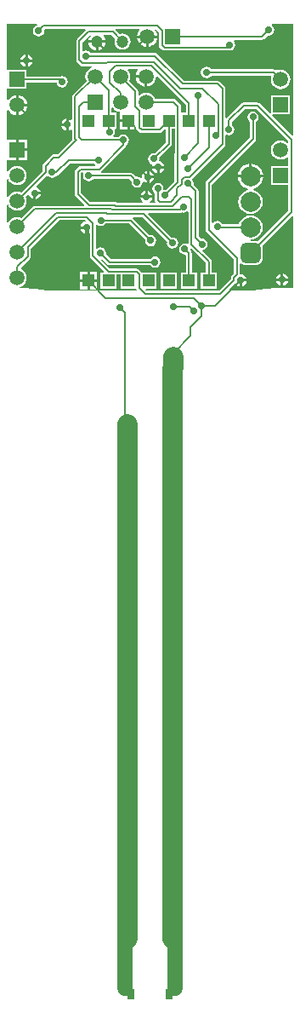
<source format=gbl>
%FSLAX25Y25*%
%MOIN*%
G70*
G01*
G75*
G04 Layer_Physical_Order=2*
G04 Layer_Color=16711680*
%ADD10R,0.02362X0.03937*%
%ADD11R,0.03937X0.02756*%
%ADD12R,0.07480X0.03150*%
%ADD13R,0.03150X0.07480*%
%ADD14R,0.03150X0.09843*%
%ADD15R,0.02362X0.05906*%
%ADD16R,0.06299X0.01575*%
%ADD17R,0.02362X0.05118*%
%ADD18O,0.06496X0.02165*%
%ADD19O,0.02165X0.06496*%
%ADD20R,0.06299X0.07874*%
%ADD21R,0.02756X0.03937*%
%ADD22R,0.01969X0.03937*%
%ADD23C,0.00787*%
%ADD24C,0.05906*%
%ADD25R,0.05906X0.05906*%
%ADD26C,0.04724*%
%ADD27R,0.05906X0.05906*%
%ADD28C,0.07874*%
G04:AMPARAMS|DCode=29|XSize=78.74mil|YSize=78.74mil|CornerRadius=19.69mil|HoleSize=0mil|Usage=FLASHONLY|Rotation=270.000|XOffset=0mil|YOffset=0mil|HoleType=Round|Shape=RoundedRectangle|*
%AMROUNDEDRECTD29*
21,1,0.07874,0.03937,0,0,270.0*
21,1,0.03937,0.07874,0,0,270.0*
1,1,0.03937,-0.01969,-0.01969*
1,1,0.03937,-0.01969,0.01969*
1,1,0.03937,0.01969,0.01969*
1,1,0.03937,0.01969,-0.01969*
%
%ADD29ROUNDEDRECTD29*%
%ADD30C,0.02756*%
%ADD31R,0.04724X0.04724*%
%ADD32C,0.07874*%
%ADD33C,0.05906*%
G36*
X35275Y-55845D02*
X35570Y-56042D01*
X35425Y-56521D01*
X29836D01*
X29836Y-56521D01*
X29375Y-56613D01*
X28985Y-56874D01*
X28985Y-56874D01*
X27926Y-57933D01*
X27664Y-58324D01*
X27573Y-58784D01*
X27573Y-58785D01*
Y-67425D01*
X27573Y-67425D01*
X27664Y-67886D01*
X27926Y-68277D01*
X31309Y-71661D01*
X31118Y-72123D01*
X11791D01*
X11791Y-72123D01*
X11331Y-72214D01*
X10940Y-72475D01*
X10940Y-72475D01*
X6580Y-76835D01*
X5898Y-76553D01*
X4921Y-76424D01*
X3945Y-76553D01*
X3035Y-76930D01*
X2254Y-77529D01*
X1654Y-78311D01*
X1494Y-78698D01*
X1003Y-78600D01*
Y-71793D01*
X1494Y-71696D01*
X1654Y-72083D01*
X2254Y-72864D01*
X3035Y-73464D01*
X3945Y-73841D01*
X4921Y-73969D01*
X5898Y-73841D01*
X6808Y-73464D01*
X7589Y-72864D01*
X8188Y-72083D01*
X8565Y-71173D01*
X8694Y-70197D01*
X8565Y-69220D01*
X8283Y-68538D01*
X9063Y-67759D01*
X9541Y-67904D01*
X9571Y-68054D01*
X10097Y-68840D01*
X10883Y-69366D01*
X11311Y-69451D01*
Y-67126D01*
X11811D01*
Y-66626D01*
X14136D01*
X14051Y-66198D01*
X13525Y-65412D01*
X12739Y-64886D01*
X12589Y-64856D01*
X12444Y-64378D01*
X16476Y-60345D01*
X16974Y-60394D01*
X17075Y-60545D01*
X17791Y-61024D01*
X18636Y-61192D01*
X19481Y-61024D01*
X20197Y-60545D01*
X20451Y-60166D01*
X20797Y-60097D01*
X21188Y-59836D01*
X25535Y-55489D01*
X35037D01*
X35275Y-55845D01*
D02*
G37*
G36*
X12710Y-1501D02*
X12491Y-1545D01*
X11775Y-2023D01*
X11297Y-2740D01*
X11128Y-3584D01*
X11297Y-4429D01*
X11775Y-5145D01*
X12491Y-5624D01*
X13336Y-5792D01*
X14181Y-5624D01*
X14897Y-5145D01*
X15376Y-4429D01*
X15544Y-3584D01*
X15483Y-3275D01*
X15800Y-2889D01*
X31676D01*
X31867Y-3351D01*
X28485Y-6733D01*
X28224Y-7124D01*
X28132Y-7584D01*
X28132Y-7584D01*
Y-14984D01*
X28132Y-14984D01*
X28224Y-15445D01*
X28485Y-15836D01*
X29785Y-17136D01*
X29785Y-17136D01*
X30175Y-17397D01*
X30636Y-17489D01*
X30636Y-17489D01*
X34053D01*
X34150Y-17979D01*
X33547Y-18229D01*
X32765Y-18828D01*
X32166Y-19610D01*
X31789Y-20520D01*
X31661Y-21496D01*
X31789Y-22472D01*
X32072Y-23154D01*
X26810Y-28416D01*
X26549Y-28807D01*
X26457Y-29268D01*
X26457Y-29268D01*
Y-38201D01*
X26016Y-38436D01*
X25534Y-38114D01*
X25106Y-38029D01*
Y-40354D01*
Y-42679D01*
X25534Y-42594D01*
X26016Y-42272D01*
X26457Y-42508D01*
Y-45837D01*
X26457Y-45837D01*
X26527Y-46190D01*
X20772Y-51945D01*
X19353D01*
X19353Y-51945D01*
X18892Y-52037D01*
X18501Y-52298D01*
X18501Y-52298D01*
X15226Y-55574D01*
X14965Y-55964D01*
X14873Y-56425D01*
X14873Y-56425D01*
Y-58542D01*
X6580Y-66835D01*
X5898Y-66553D01*
X4921Y-66424D01*
X3945Y-66553D01*
X3035Y-66930D01*
X2254Y-67529D01*
X1654Y-68311D01*
X1494Y-68698D01*
X1003Y-68600D01*
Y-61793D01*
X1494Y-61696D01*
X1654Y-62083D01*
X2254Y-62864D01*
X3035Y-63464D01*
X3945Y-63841D01*
X4921Y-63969D01*
X5898Y-63841D01*
X6808Y-63464D01*
X7589Y-62864D01*
X8188Y-62083D01*
X8565Y-61173D01*
X8694Y-60197D01*
X8565Y-59220D01*
X8188Y-58311D01*
X7589Y-57529D01*
X6808Y-56930D01*
X5898Y-56553D01*
X4921Y-56424D01*
X3945Y-56553D01*
X3035Y-56930D01*
X2254Y-57529D01*
X1654Y-58311D01*
X1494Y-58698D01*
X1003Y-58600D01*
Y-54150D01*
X4421D01*
Y-50197D01*
Y-46244D01*
X1003D01*
Y-34824D01*
X1281Y-34708D01*
X1477Y-34642D01*
X2102Y-35457D01*
X2928Y-36090D01*
X3889Y-36489D01*
X4421Y-36559D01*
Y-32638D01*
Y-28717D01*
X3889Y-28787D01*
X2928Y-29185D01*
X2102Y-29818D01*
X1477Y-30633D01*
X1281Y-30567D01*
X1003Y-30452D01*
Y-26378D01*
X1003D01*
X1181D01*
X1357Y-26378D01*
X1357Y-26378D01*
Y-26378D01*
X8661D01*
Y-23842D01*
X20440D01*
X20547Y-24379D01*
X21025Y-25095D01*
X21741Y-25574D01*
X22586Y-25742D01*
X23431Y-25574D01*
X24147Y-25095D01*
X24626Y-24379D01*
X24794Y-23534D01*
X24626Y-22690D01*
X24147Y-21973D01*
X23431Y-21495D01*
X22586Y-21327D01*
X21869Y-21469D01*
X21689Y-21433D01*
X21689Y-21433D01*
X8661D01*
Y-18898D01*
X1357D01*
X1357Y-18897D01*
Y-18898D01*
X1181Y-18897D01*
X1003Y-18720D01*
Y-1003D01*
X12661D01*
X12710Y-1501D01*
D02*
G37*
G36*
X111232Y-46583D02*
Y-47192D01*
X110784Y-47413D01*
X110154Y-46930D01*
X109244Y-46553D01*
X108268Y-46424D01*
X107291Y-46553D01*
X106382Y-46930D01*
X105600Y-47529D01*
X105001Y-48311D01*
X104624Y-49220D01*
X104495Y-50197D01*
X104624Y-51173D01*
X105001Y-52083D01*
X105600Y-52864D01*
X106382Y-53464D01*
X107291Y-53841D01*
X108268Y-53969D01*
X109244Y-53841D01*
X110154Y-53464D01*
X110784Y-52981D01*
X111232Y-53202D01*
Y-56457D01*
X104528D01*
Y-63937D01*
X111232D01*
Y-74073D01*
X99330Y-85975D01*
X99145Y-85898D01*
X98425Y-85803D01*
X96583D01*
X96550Y-85304D01*
X97690Y-85154D01*
X98839Y-84678D01*
X99826Y-83921D01*
X100584Y-82934D01*
X101060Y-81784D01*
X101222Y-80551D01*
X101060Y-79318D01*
X100584Y-78169D01*
X99826Y-77182D01*
X98839Y-76424D01*
X97690Y-75948D01*
X96572Y-75801D01*
Y-75301D01*
X97690Y-75154D01*
X98839Y-74678D01*
X99826Y-73921D01*
X100584Y-72934D01*
X101060Y-71785D01*
X101222Y-70551D01*
X101060Y-69318D01*
X100584Y-68169D01*
X99826Y-67182D01*
X98839Y-66424D01*
X97690Y-65948D01*
X97386Y-65908D01*
Y-65408D01*
X97746Y-65361D01*
X98947Y-64864D01*
X99978Y-64072D01*
X100769Y-63041D01*
X101267Y-61840D01*
X101371Y-61051D01*
X91543D01*
X91647Y-61840D01*
X92144Y-63041D01*
X92936Y-64072D01*
X93967Y-64864D01*
X95168Y-65361D01*
X95527Y-65408D01*
Y-65908D01*
X95223Y-65948D01*
X94074Y-66424D01*
X93087Y-67182D01*
X92330Y-68169D01*
X91854Y-69318D01*
X91692Y-70551D01*
X91854Y-71785D01*
X92330Y-72934D01*
X93087Y-73921D01*
X94074Y-74678D01*
X95223Y-75154D01*
X96342Y-75301D01*
Y-75801D01*
X95223Y-75948D01*
X94074Y-76424D01*
X93087Y-77182D01*
X92330Y-78169D01*
X91854Y-79318D01*
X91850Y-79347D01*
X85468D01*
X85006Y-78655D01*
X84290Y-78177D01*
X83445Y-78009D01*
X82600Y-78177D01*
X81884Y-78655D01*
X81778Y-78814D01*
X81300Y-78668D01*
Y-63724D01*
X98288Y-46736D01*
X98288Y-46736D01*
X98444Y-46502D01*
X98549Y-46345D01*
X98640Y-45884D01*
Y-39084D01*
X98997Y-38846D01*
X99476Y-38129D01*
X99644Y-37284D01*
X99476Y-36439D01*
X98997Y-35723D01*
X98281Y-35245D01*
X97436Y-35077D01*
X96591Y-35245D01*
X95875Y-35723D01*
X95397Y-36439D01*
X95228Y-37284D01*
X95397Y-38129D01*
X95875Y-38846D01*
X96232Y-39084D01*
Y-45386D01*
X79244Y-62374D01*
X78983Y-62764D01*
X78891Y-63225D01*
X78891Y-63225D01*
Y-81473D01*
X78891Y-81473D01*
X78983Y-81934D01*
X79244Y-82325D01*
X89938Y-93019D01*
Y-98458D01*
X89126Y-99269D01*
X88865Y-99660D01*
X88773Y-100121D01*
X88773Y-100121D01*
Y-100764D01*
X84222Y-105315D01*
X55542D01*
X55216Y-104990D01*
X55408Y-104528D01*
X59646D01*
Y-98228D01*
X53782D01*
X53764Y-98202D01*
X53607Y-97967D01*
X53607Y-97967D01*
X52623Y-96983D01*
X52232Y-96722D01*
X51772Y-96630D01*
X51772Y-96630D01*
X41247D01*
X37804Y-93187D01*
X37833Y-93091D01*
X38318Y-92969D01*
X40285Y-94936D01*
X40285Y-94936D01*
X40675Y-95197D01*
X41136Y-95289D01*
X41136Y-95289D01*
X57137D01*
X57375Y-95645D01*
X58091Y-96124D01*
X58936Y-96292D01*
X59781Y-96124D01*
X60497Y-95645D01*
X60976Y-94929D01*
X61144Y-94084D01*
X60976Y-93239D01*
X60497Y-92523D01*
X59781Y-92045D01*
X58936Y-91877D01*
X58091Y-92045D01*
X57375Y-92523D01*
X57137Y-92880D01*
X41635D01*
X39743Y-90988D01*
X39826Y-90567D01*
X39658Y-89722D01*
X39180Y-89006D01*
X38464Y-88527D01*
X37619Y-88359D01*
X36774Y-88527D01*
X36241Y-88883D01*
X35800Y-88648D01*
Y-79663D01*
X36275Y-79346D01*
X36991Y-79824D01*
X37836Y-79992D01*
X38681Y-79824D01*
X39397Y-79346D01*
X39636Y-78989D01*
X48885D01*
X55159Y-85263D01*
X55076Y-85684D01*
X55244Y-86529D01*
X55722Y-87246D01*
X56438Y-87724D01*
X57283Y-87892D01*
X58128Y-87724D01*
X58845Y-87246D01*
X59323Y-86529D01*
X59491Y-85684D01*
X59323Y-84839D01*
X58845Y-84123D01*
X58128Y-83645D01*
X57283Y-83477D01*
X56862Y-83560D01*
X50253Y-76951D01*
X50301Y-76834D01*
X50532Y-76489D01*
X54037D01*
X63712Y-86163D01*
X63628Y-86584D01*
X63797Y-87429D01*
X64275Y-88146D01*
X64991Y-88624D01*
X65836Y-88792D01*
X66681Y-88624D01*
X67397Y-88146D01*
X67876Y-87429D01*
X68044Y-86584D01*
X67876Y-85739D01*
X67397Y-85023D01*
X66681Y-84545D01*
X65836Y-84377D01*
X65415Y-84460D01*
X56314Y-75359D01*
X56506Y-74897D01*
X69027D01*
X69027Y-74897D01*
X69488Y-74806D01*
X69653Y-74696D01*
X70136Y-74792D01*
X70981Y-74624D01*
X71682Y-74156D01*
X72123Y-74392D01*
Y-86681D01*
X71736Y-86998D01*
X71524Y-86955D01*
X71489Y-86932D01*
X70644Y-86764D01*
X69799Y-86932D01*
X69083Y-87411D01*
X68604Y-88127D01*
X68436Y-88972D01*
X68604Y-89817D01*
X69083Y-90533D01*
X69799Y-91012D01*
X70644Y-91180D01*
X70653Y-91178D01*
X71040Y-91495D01*
Y-98228D01*
X69095D01*
Y-104528D01*
X75394D01*
Y-98228D01*
X73448D01*
Y-90572D01*
X73357Y-90111D01*
X73096Y-89720D01*
X72820Y-89444D01*
X72893Y-88950D01*
X73288Y-88739D01*
X78914Y-94365D01*
Y-98228D01*
X76969D01*
Y-104528D01*
X83268D01*
Y-98228D01*
X81322D01*
Y-93866D01*
X81231Y-93406D01*
X80970Y-93015D01*
X80970Y-93015D01*
X77653Y-89699D01*
X77799Y-89220D01*
X78281Y-89124D01*
X78997Y-88645D01*
X79476Y-87929D01*
X79644Y-87084D01*
X79476Y-86239D01*
X78997Y-85523D01*
X78281Y-85045D01*
X77436Y-84877D01*
X77015Y-84960D01*
X76106Y-84051D01*
Y-66350D01*
X76106Y-66350D01*
X76014Y-65889D01*
X75753Y-65498D01*
X75753Y-65498D01*
X74060Y-63805D01*
X74144Y-63384D01*
X73976Y-62539D01*
X73497Y-61823D01*
X74003Y-61066D01*
X86229Y-48841D01*
X86490Y-48450D01*
X86581Y-47989D01*
X86581Y-47989D01*
Y-44514D01*
X87022Y-44278D01*
X87091Y-44324D01*
X87936Y-44492D01*
X88781Y-44324D01*
X89497Y-43845D01*
X89976Y-43129D01*
X90144Y-42284D01*
X89976Y-41440D01*
X89497Y-40723D01*
X89140Y-40485D01*
Y-39137D01*
X94200Y-34078D01*
X98727D01*
X111232Y-46583D01*
D02*
G37*
G36*
X42766Y-34163D02*
X43547Y-34763D01*
X44457Y-35140D01*
X45260Y-35246D01*
Y-35417D01*
X45260D01*
Y-38280D01*
X48622D01*
Y-38780D01*
X49122D01*
Y-42142D01*
X51868D01*
X52085Y-42466D01*
X52855Y-43236D01*
X52855Y-43236D01*
X53245Y-43497D01*
X53245Y-43497D01*
X53245Y-43497D01*
D01*
X53245Y-43497D01*
X53245Y-43497D01*
X53706Y-43589D01*
X53706Y-43589D01*
X60765D01*
X60765Y-43589D01*
X61226Y-43497D01*
X61617Y-43236D01*
X62704Y-42149D01*
X63166Y-42340D01*
Y-47352D01*
X58957Y-51560D01*
X58536Y-51477D01*
X57691Y-51645D01*
X56975Y-52123D01*
X56497Y-52839D01*
X56328Y-53684D01*
X56497Y-54529D01*
X56975Y-55246D01*
X57691Y-55724D01*
D01*
X57996Y-55962D01*
X57911Y-56390D01*
X62561D01*
X62476Y-55962D01*
X61951Y-55175D01*
X61164Y-54650D01*
X60922Y-54602D01*
X60644Y-54186D01*
X60744Y-53684D01*
X60660Y-53263D01*
X65222Y-48702D01*
X65483Y-48311D01*
X65574Y-47851D01*
X65574Y-47850D01*
Y-41929D01*
X66732D01*
Y-51575D01*
X66690Y-51638D01*
X66598Y-52099D01*
X66598Y-52099D01*
Y-62419D01*
X63157Y-65860D01*
X62736Y-65777D01*
X62667Y-65790D01*
X62314Y-65437D01*
X62344Y-65284D01*
X62176Y-64439D01*
X61697Y-63723D01*
X60981Y-63245D01*
X60136Y-63077D01*
X59291Y-63245D01*
X58575Y-63723D01*
X58096Y-64439D01*
X57928Y-65284D01*
X58096Y-66129D01*
X58575Y-66846D01*
X58932Y-67084D01*
Y-69944D01*
X58932Y-69944D01*
X59024Y-70404D01*
X59070Y-70473D01*
X58834Y-70914D01*
X57144D01*
X56999Y-70436D01*
X57325Y-70218D01*
X57850Y-69432D01*
X57935Y-69004D01*
X53285D01*
X53370Y-69432D01*
X53896Y-70218D01*
X54221Y-70436D01*
X54076Y-70914D01*
X44104D01*
X44091Y-70900D01*
X43700Y-70639D01*
X43239Y-70548D01*
X43239Y-70548D01*
X33603D01*
X29981Y-66926D01*
Y-59283D01*
X30281Y-58984D01*
X30775Y-59057D01*
X30943Y-59370D01*
X30896Y-59439D01*
X30728Y-60284D01*
X30896Y-61129D01*
X31375Y-61845D01*
X32091Y-62324D01*
X32936Y-62492D01*
X33781Y-62324D01*
X34497Y-61845D01*
X34736Y-61489D01*
X48936D01*
X49838Y-62391D01*
X49754Y-62812D01*
X49922Y-63657D01*
X50401Y-64373D01*
X51117Y-64852D01*
X51962Y-65020D01*
X52807Y-64852D01*
X53523Y-64373D01*
X54002Y-63657D01*
X54170Y-62812D01*
X54802Y-62686D01*
X55308Y-63024D01*
X55736Y-63109D01*
Y-60784D01*
Y-58459D01*
X55308Y-58544D01*
X54522Y-59070D01*
X53996Y-59857D01*
X53812Y-60784D01*
X53835Y-60904D01*
X53420Y-61182D01*
X52807Y-60772D01*
X51962Y-60604D01*
X51541Y-60688D01*
X50286Y-59433D01*
X49895Y-59172D01*
X49435Y-59080D01*
X49435Y-59080D01*
X37995D01*
X37850Y-58602D01*
X37888Y-58577D01*
X47388Y-49077D01*
X47649Y-48686D01*
X47740Y-48225D01*
X47740Y-48225D01*
Y-48184D01*
X48097Y-47945D01*
X48576Y-47229D01*
X48744Y-46384D01*
X48576Y-45540D01*
X48097Y-44823D01*
X47381Y-44345D01*
X46536Y-44177D01*
X45691Y-44345D01*
X44975Y-44823D01*
X44803Y-45080D01*
X42837D01*
X42602Y-44639D01*
X43076Y-43929D01*
X43244Y-43084D01*
X43091Y-42316D01*
X43408Y-41929D01*
X43898D01*
Y-35630D01*
X41952D01*
Y-33881D01*
X42426Y-33721D01*
X42766Y-34163D01*
D02*
G37*
G36*
X31752Y-78082D02*
X31709Y-78225D01*
X31108Y-78344D01*
X30322Y-78870D01*
X29796Y-79657D01*
X29711Y-80084D01*
X32036D01*
Y-80584D01*
X32536D01*
Y-82910D01*
X32964Y-82824D01*
X33391Y-83053D01*
Y-91682D01*
X33391Y-91682D01*
X33483Y-92143D01*
X33744Y-92533D01*
X38977Y-97767D01*
X38785Y-98228D01*
X37598D01*
Y-104528D01*
X43898D01*
Y-99039D01*
X45472D01*
Y-104528D01*
X51463D01*
X51720Y-104956D01*
X51529Y-105315D01*
X16295D01*
X14987Y-104987D01*
X11448Y-104462D01*
X7874Y-104287D01*
Y-104311D01*
X7874Y-104312D01*
X6043D01*
X5945Y-103821D01*
X6808Y-103464D01*
X7589Y-102864D01*
X8188Y-102083D01*
X8565Y-101173D01*
X8694Y-100197D01*
X8565Y-99220D01*
X8188Y-98311D01*
X7589Y-97529D01*
X6808Y-96930D01*
X6467Y-96789D01*
X6369Y-96298D01*
X9907Y-92761D01*
X10168Y-92370D01*
X10260Y-91909D01*
Y-88789D01*
X21368Y-77681D01*
X31455D01*
X31752Y-78082D01*
D02*
G37*
G36*
X113170Y-44462D02*
X112708Y-44653D01*
X104895Y-36840D01*
X105086Y-36378D01*
X112008D01*
Y-28897D01*
X104528D01*
Y-35820D01*
X104066Y-36011D01*
X100077Y-32023D01*
X99687Y-31762D01*
X99226Y-31670D01*
X99226Y-31670D01*
X93701D01*
X93240Y-31762D01*
X92849Y-32023D01*
X87085Y-37787D01*
X87060Y-37824D01*
X86581Y-37679D01*
Y-26225D01*
X86581Y-26225D01*
X86490Y-25764D01*
X86229Y-25374D01*
X86229Y-25374D01*
X84288Y-23433D01*
X83897Y-23172D01*
X83436Y-23080D01*
X83436Y-23080D01*
X70235D01*
X59788Y-12633D01*
X59397Y-12372D01*
X58936Y-12280D01*
X58936Y-12280D01*
X33736D01*
X33497Y-11923D01*
X32781Y-11445D01*
X31936Y-11277D01*
X31091Y-11445D01*
X30981Y-11518D01*
X30540Y-11282D01*
Y-8083D01*
X33187Y-5437D01*
X33680Y-5519D01*
X33738Y-5637D01*
X33323Y-6178D01*
X32984Y-6996D01*
X32934Y-7374D01*
X39585D01*
X39535Y-6996D01*
X39197Y-6178D01*
X38781Y-5637D01*
X39002Y-5189D01*
X41871D01*
X43350Y-6668D01*
X43191Y-7052D01*
X43083Y-7874D01*
X43191Y-8696D01*
X43509Y-9462D01*
X44014Y-10120D01*
X44671Y-10625D01*
X45438Y-10943D01*
X46260Y-11051D01*
X47082Y-10943D01*
X47848Y-10625D01*
X48506Y-10120D01*
X49011Y-9462D01*
X49328Y-8696D01*
X49437Y-7874D01*
X49328Y-7052D01*
X49011Y-6286D01*
X48506Y-5628D01*
X47848Y-5123D01*
X47082Y-4806D01*
X46260Y-4697D01*
X45438Y-4806D01*
X45053Y-4965D01*
X43439Y-3351D01*
X43631Y-2889D01*
X52712D01*
X52934Y-3337D01*
X52492Y-3912D01*
X52094Y-4874D01*
X52024Y-5406D01*
X59866D01*
X59796Y-4874D01*
X59398Y-3912D01*
X58956Y-3337D01*
X59040Y-3167D01*
X59534Y-3085D01*
X60532Y-4083D01*
Y-9273D01*
X60532Y-9273D01*
X60624Y-9734D01*
X60885Y-10124D01*
X61651Y-10891D01*
X61651Y-10891D01*
X62042Y-11152D01*
X62503Y-11244D01*
X62503Y-11244D01*
X62766D01*
X62992Y-11289D01*
X87436D01*
X87436Y-11289D01*
X87827Y-11211D01*
X88236Y-11292D01*
X89081Y-11124D01*
X89797Y-10645D01*
X90276Y-9929D01*
X90444Y-9084D01*
X90276Y-8240D01*
X89816Y-7551D01*
X90051Y-7110D01*
X101015D01*
X101015Y-7110D01*
X101476Y-7018D01*
X101866Y-6757D01*
X103215Y-5408D01*
X103636Y-5492D01*
X104481Y-5324D01*
X105197Y-4845D01*
X105676Y-4129D01*
X105844Y-3284D01*
X105676Y-2440D01*
X105197Y-1723D01*
X104836Y-1482D01*
X104981Y-1003D01*
X113170D01*
Y-44462D01*
D02*
G37*
G36*
X52355Y-19015D02*
X51980Y-19503D01*
X51582Y-20464D01*
X51512Y-20996D01*
X55433D01*
Y-21496D01*
X55933D01*
Y-25417D01*
X56465Y-25347D01*
X57426Y-24949D01*
X58252Y-24315D01*
X58886Y-23489D01*
X59284Y-22528D01*
X59419Y-21504D01*
X59892Y-21343D01*
X71040Y-32491D01*
Y-35630D01*
X69140D01*
Y-33184D01*
X69140Y-33184D01*
X69049Y-32724D01*
X68788Y-32333D01*
X68788Y-32333D01*
X67099Y-30645D01*
X66709Y-30383D01*
X66248Y-30292D01*
X66248Y-30292D01*
X58982D01*
X58700Y-29610D01*
X58100Y-28828D01*
X57319Y-28229D01*
X56409Y-27852D01*
X55433Y-27724D01*
X54457Y-27852D01*
X53547Y-28229D01*
X52889Y-28734D01*
X52440Y-28513D01*
Y-27299D01*
X52441Y-27299D01*
X52440Y-27299D01*
Y-27299D01*
X52440D01*
X52440Y-27299D01*
X52349Y-26838D01*
X52244Y-26682D01*
X52088Y-26448D01*
X52088Y-26448D01*
X48794Y-23154D01*
X49077Y-22472D01*
X49205Y-21496D01*
X49077Y-20520D01*
X48700Y-19610D01*
X48243Y-19015D01*
X48465Y-18566D01*
X52134D01*
X52355Y-19015D01*
D02*
G37*
G36*
X113170Y-76195D02*
Y-104312D01*
X106299D01*
X106299Y-104311D01*
Y-104287D01*
X102725Y-104462D01*
X99186Y-104987D01*
X97878Y-105315D01*
X88282D01*
X88090Y-104853D01*
X90233Y-102710D01*
X90731Y-102759D01*
X90822Y-102895D01*
X91608Y-103421D01*
X92036Y-103506D01*
Y-101181D01*
X92536D01*
Y-100681D01*
X94861D01*
X94776Y-100253D01*
X94251Y-99467D01*
X93464Y-98941D01*
X92536Y-98756D01*
X92346Y-98600D01*
Y-94915D01*
X92794Y-94694D01*
X93098Y-94927D01*
X93769Y-95205D01*
X94488Y-95299D01*
X98425D01*
X99145Y-95205D01*
X99815Y-94927D01*
X100391Y-94485D01*
X100833Y-93910D01*
X101110Y-93239D01*
X101205Y-92520D01*
Y-88583D01*
X101110Y-87863D01*
X101033Y-87678D01*
X112708Y-76003D01*
X113170Y-76195D01*
D02*
G37*
%LPC*%
G36*
X31536Y-81084D02*
X29711D01*
X29796Y-81512D01*
X30322Y-82299D01*
X31108Y-82824D01*
X31536Y-82910D01*
Y-81084D01*
D02*
G37*
G36*
X14136Y-67626D02*
X12311D01*
Y-69451D01*
X12739Y-69366D01*
X13525Y-68840D01*
X14051Y-68054D01*
X14136Y-67626D01*
D02*
G37*
G36*
X56736Y-58459D02*
Y-60284D01*
X58561D01*
X58476Y-59857D01*
X57951Y-59070D01*
X57164Y-58544D01*
X56736Y-58459D01*
D02*
G37*
G36*
X95957Y-55637D02*
X95168Y-55741D01*
X93967Y-56239D01*
X92936Y-57030D01*
X92144Y-58061D01*
X91647Y-59262D01*
X91543Y-60051D01*
X95957D01*
Y-55637D01*
D02*
G37*
G36*
X58561Y-61284D02*
X56736D01*
Y-63109D01*
X57164Y-63024D01*
X57951Y-62499D01*
X58476Y-61712D01*
X58561Y-61284D01*
D02*
G37*
G36*
X55110Y-66179D02*
X54682Y-66264D01*
X53896Y-66790D01*
X53370Y-67576D01*
X53285Y-68004D01*
X55110D01*
Y-66179D01*
D02*
G37*
G36*
X56110D02*
Y-68004D01*
X57935D01*
X57850Y-67576D01*
X57325Y-66790D01*
X56538Y-66264D01*
X56110Y-66179D01*
D02*
G37*
G36*
X94861Y-101681D02*
X93036D01*
Y-103506D01*
X93464Y-103421D01*
X94251Y-102895D01*
X94776Y-102109D01*
X94861Y-101681D01*
D02*
G37*
G36*
X108358Y-101484D02*
X106533D01*
X106618Y-101912D01*
X107144Y-102699D01*
X107930Y-103224D01*
X108358Y-103309D01*
Y-101484D01*
D02*
G37*
G36*
X67520Y-98228D02*
X61220D01*
Y-104528D01*
X67520D01*
Y-98228D01*
D02*
G37*
G36*
X32374Y-101878D02*
X29512D01*
Y-104740D01*
X32374D01*
Y-101878D01*
D02*
G37*
G36*
X36236D02*
X33374D01*
Y-104740D01*
X36236D01*
Y-101878D01*
D02*
G37*
G36*
X108358Y-98659D02*
X107930Y-98744D01*
X107144Y-99270D01*
X106618Y-100056D01*
X106533Y-100484D01*
X108358D01*
Y-98659D01*
D02*
G37*
G36*
X109358D02*
Y-100484D01*
X111183D01*
X111098Y-100056D01*
X110573Y-99270D01*
X109786Y-98744D01*
X109358Y-98659D01*
D02*
G37*
G36*
X36236Y-98016D02*
X33374D01*
Y-100878D01*
X36236D01*
Y-98016D01*
D02*
G37*
G36*
X111183Y-101484D02*
X109358D01*
Y-103309D01*
X109786Y-103224D01*
X110573Y-102699D01*
X111098Y-101912D01*
X111183Y-101484D01*
D02*
G37*
G36*
X32374Y-98016D02*
X29512D01*
Y-100878D01*
X32374D01*
Y-98016D01*
D02*
G37*
G36*
X10888Y-15756D02*
X9063D01*
Y-17581D01*
X9491Y-17496D01*
X10277Y-16970D01*
X10803Y-16184D01*
X10888Y-15756D01*
D02*
G37*
G36*
X8063Y-12931D02*
X7635Y-13016D01*
X6849Y-13542D01*
X6323Y-14328D01*
X6238Y-14756D01*
X8063D01*
Y-12931D01*
D02*
G37*
G36*
Y-15756D02*
X6238D01*
X6323Y-16184D01*
X6849Y-16970D01*
X7635Y-17496D01*
X8063Y-17581D01*
Y-15756D01*
D02*
G37*
G36*
X79236Y-17677D02*
X78391Y-17845D01*
X77675Y-18323D01*
X77197Y-19039D01*
X77028Y-19884D01*
X77197Y-20729D01*
X77675Y-21445D01*
X78391Y-21924D01*
X79236Y-22092D01*
X80081Y-21924D01*
X80797Y-21445D01*
X81036Y-21089D01*
X104411D01*
X104689Y-21504D01*
X104624Y-21661D01*
X104495Y-22638D01*
X104624Y-23614D01*
X105001Y-24524D01*
X105600Y-25305D01*
X106382Y-25905D01*
X107291Y-26281D01*
X108268Y-26410D01*
X109244Y-26281D01*
X110154Y-25905D01*
X110935Y-25305D01*
X111535Y-24524D01*
X111912Y-23614D01*
X112040Y-22638D01*
X111912Y-21661D01*
X111535Y-20751D01*
X110935Y-19970D01*
X110154Y-19371D01*
X109244Y-18994D01*
X108268Y-18865D01*
X107291Y-18994D01*
X106609Y-19276D01*
X106366Y-19033D01*
X105975Y-18772D01*
X105515Y-18680D01*
X105515Y-18680D01*
X81036D01*
X80797Y-18323D01*
X80081Y-17845D01*
X79236Y-17677D01*
D02*
G37*
G36*
X54933Y-21996D02*
X51512D01*
X51582Y-22528D01*
X51980Y-23489D01*
X52614Y-24315D01*
X53440Y-24949D01*
X54401Y-25347D01*
X54933Y-25417D01*
Y-21996D01*
D02*
G37*
G36*
X55445Y-6406D02*
X52024D01*
X52094Y-6938D01*
X52492Y-7899D01*
X53126Y-8725D01*
X53952Y-9358D01*
X54913Y-9757D01*
X55445Y-9827D01*
Y-6406D01*
D02*
G37*
G36*
X59866D02*
X56445D01*
Y-9827D01*
X56977Y-9757D01*
X57938Y-9358D01*
X58764Y-8725D01*
X59398Y-7899D01*
X59796Y-6938D01*
X59866Y-6406D01*
D02*
G37*
G36*
X39585Y-8374D02*
X36760D01*
Y-11199D01*
X37137Y-11150D01*
X37955Y-10811D01*
X38658Y-10272D01*
X39197Y-9570D01*
X39535Y-8752D01*
X39585Y-8374D01*
D02*
G37*
G36*
X9063Y-12931D02*
Y-14756D01*
X10888D01*
X10803Y-14328D01*
X10277Y-13542D01*
X9491Y-13016D01*
X9063Y-12931D01*
D02*
G37*
G36*
X35760Y-8374D02*
X32934D01*
X32984Y-8752D01*
X33323Y-9570D01*
X33862Y-10272D01*
X34564Y-10811D01*
X35382Y-11150D01*
X35760Y-11199D01*
Y-8374D01*
D02*
G37*
G36*
X8874Y-50697D02*
X5421D01*
Y-54150D01*
X8874D01*
Y-50697D01*
D02*
G37*
G36*
Y-46244D02*
X5421D01*
Y-49697D01*
X8874D01*
Y-46244D01*
D02*
G37*
G36*
X62561Y-57390D02*
X60736D01*
Y-59215D01*
X61164Y-59130D01*
X61951Y-58604D01*
X62476Y-57818D01*
X62561Y-57390D01*
D02*
G37*
G36*
X96957Y-55637D02*
Y-60051D01*
X101371D01*
X101267Y-59262D01*
X100769Y-58061D01*
X99978Y-57030D01*
X98947Y-56239D01*
X97746Y-55741D01*
X96957Y-55637D01*
D02*
G37*
G36*
X59736Y-57390D02*
X57911D01*
X57996Y-57818D01*
X58522Y-58604D01*
X59308Y-59130D01*
X59736Y-59215D01*
Y-57390D01*
D02*
G37*
G36*
X8842Y-33138D02*
X5421D01*
Y-36559D01*
X5953Y-36489D01*
X6915Y-36090D01*
X7740Y-35457D01*
X8374Y-34631D01*
X8772Y-33669D01*
X8842Y-33138D01*
D02*
G37*
G36*
X5421Y-28717D02*
Y-32138D01*
X8842D01*
X8772Y-31606D01*
X8374Y-30644D01*
X7740Y-29818D01*
X6915Y-29185D01*
X5953Y-28787D01*
X5421Y-28717D01*
D02*
G37*
G36*
X24106Y-38029D02*
X23678Y-38114D01*
X22892Y-38640D01*
X22366Y-39426D01*
X22281Y-39854D01*
X24106D01*
Y-38029D01*
D02*
G37*
G36*
Y-40854D02*
X22281D01*
X22366Y-41282D01*
X22892Y-42069D01*
X23678Y-42594D01*
X24106Y-42679D01*
Y-40854D01*
D02*
G37*
G36*
X48122Y-39280D02*
X45260D01*
Y-42142D01*
X48122D01*
Y-39280D01*
D02*
G37*
%LPD*%
D21*
X49409Y-380709D02*
D03*
X64567Y-380610D02*
D03*
D23*
X39665Y-108169D02*
X74213D01*
X55118Y-106595D02*
X84646D01*
X72539Y-111614D02*
X74114Y-113189D01*
X66043Y-111614D02*
X72539D01*
X77165Y-111319D02*
X82398D01*
X74213Y-108169D02*
X77165Y-111122D01*
Y-111319D02*
Y-111122D01*
Y-115256D02*
Y-111319D01*
X72835Y-119587D02*
X77165Y-115256D01*
X72835Y-123031D02*
Y-119587D01*
X84646Y-106595D02*
X89977Y-101263D01*
X45276Y-111909D02*
X47244Y-113878D01*
Y-156400D02*
Y-113878D01*
Y-156400D02*
X48325Y-157480D01*
X79236Y-19884D02*
X105515D01*
X108268Y-22638D01*
X65945Y-5906D02*
X101015D01*
X103636Y-3284D01*
X46436Y-46284D02*
X46536Y-46384D01*
X30336Y-46284D02*
X46436D01*
X29236Y-45184D02*
X30336Y-46284D01*
X29236Y-45184D02*
Y-33184D01*
X30925Y-31496D01*
X35433D01*
X36260Y-7874D02*
X40270Y-11884D01*
X49966D01*
X55945Y-5906D01*
X96457Y-90551D02*
X112436Y-74572D01*
Y-46084D01*
X32036Y-80584D02*
X32874Y-81422D01*
Y-101378D02*
Y-81422D01*
X69027Y-73693D02*
X70136Y-72584D01*
X42031Y-73693D02*
X69027D01*
X13336Y-3584D02*
X15236Y-1684D01*
X59836D01*
X61736Y-3584D01*
X87436Y-10084D02*
X88236Y-9284D01*
Y-9084D01*
X4921Y-22638D02*
X21689D01*
X22586Y-23534D01*
X40748Y-42796D02*
Y-38780D01*
Y-42796D02*
X41036Y-43084D01*
X25036Y-54284D02*
X36836D01*
X20336Y-58984D02*
X25036Y-54284D01*
X18636Y-58984D02*
X20336D01*
X70436Y-53084D02*
X75836Y-47684D01*
Y-28784D01*
X67936Y-51965D02*
Y-33184D01*
X66248Y-31496D02*
X67936Y-33184D01*
X55433Y-31496D02*
X66248D01*
X42370Y-3984D02*
X46260Y-7874D01*
X32936Y-3984D02*
X42370D01*
X29336Y-7584D02*
X32936Y-3984D01*
X29336Y-14984D02*
Y-7584D01*
Y-14984D02*
X30636Y-16284D01*
X39724D01*
X40221Y-15787D01*
X58639D01*
X68934Y-26082D01*
X77434D01*
X83736Y-32384D01*
Y-43684D02*
Y-32384D01*
X82736Y-44684D02*
X83736Y-43684D01*
X60765Y-42384D02*
X64370Y-38780D01*
X51236Y-33146D02*
X52936Y-34846D01*
X51236Y-33146D02*
Y-27299D01*
X45433Y-21496D02*
X51236Y-27299D01*
X80095Y-63225D02*
X97436Y-45884D01*
Y-37284D01*
X60136Y-69944D02*
Y-65284D01*
Y-69944D02*
X60736Y-70544D01*
X65036D01*
X83436Y-24284D02*
X85377Y-26225D01*
X69736Y-24284D02*
X83436D01*
X58936Y-13484D02*
X69736Y-24284D01*
X31936Y-13484D02*
X58936D01*
X70644Y-88972D02*
X72244Y-90572D01*
Y-101378D02*
Y-90572D01*
X35433Y-21496D02*
X40748Y-26811D01*
Y-38780D02*
Y-26811D01*
X37836Y-77784D02*
X49383D01*
X57283Y-85684D01*
X37619Y-90567D02*
X41136Y-94084D01*
X58936D01*
X80118Y-49202D02*
Y-38780D01*
X64370Y-47851D02*
Y-38780D01*
X58536Y-53684D02*
X64370Y-47851D01*
X46536Y-48225D02*
Y-46384D01*
X37036Y-57725D02*
X46536Y-48225D01*
X29836Y-57725D02*
X37036D01*
X28777Y-58784D02*
X29836Y-57725D01*
X28777Y-67425D02*
Y-58784D01*
X43606Y-72118D02*
X65836D01*
X69430Y-68525D01*
X72236D01*
X80118Y-101378D02*
Y-93866D01*
X45433Y-31496D02*
Y-27984D01*
X41236Y-23788D02*
X45433Y-27984D01*
X41236Y-23788D02*
Y-19562D01*
X43436Y-17362D01*
X57614D01*
X72244Y-31992D01*
Y-38780D02*
Y-31992D01*
X48622Y-38780D02*
X51127Y-41285D01*
Y-55675D02*
Y-41285D01*
Y-55675D02*
X56236Y-60784D01*
X49435Y-60284D02*
X51962Y-62812D01*
X32936Y-60284D02*
X49435D01*
X54536Y-75284D02*
X65836Y-86584D01*
X40355Y-75284D02*
X54536D01*
X4921Y-70197D02*
X16077Y-59041D01*
Y-56425D01*
X19353Y-53150D02*
X21271D01*
X28123Y-46298D01*
X27661Y-45837D02*
X28123Y-46298D01*
X27661Y-45837D02*
Y-29268D01*
X35433Y-21496D01*
X16077Y-56425D02*
X19353Y-53150D01*
X12638Y-40354D02*
X24606D01*
X24606Y-40354D02*
X24606Y-40354D01*
X4921Y-32638D02*
X12638Y-40354D01*
X61736Y-9273D02*
X62503Y-10040D01*
X62947D01*
X62992Y-10084D01*
X61736Y-9273D02*
Y-3584D01*
X62992Y-10084D02*
X87436D01*
X52936Y-41614D02*
X53706Y-42384D01*
X52936Y-41614D02*
Y-34846D01*
X53706Y-42384D02*
X60765D01*
X34595Y-91682D02*
X40748Y-97835D01*
X34595Y-91682D02*
Y-79480D01*
X34551Y-79436D02*
X34595Y-79480D01*
X34551Y-79436D02*
Y-78740D01*
X66043Y-131201D02*
Y-129823D01*
X72835Y-123031D01*
X65036Y-70544D02*
X67607Y-67973D01*
Y-65341D01*
X99226Y-32874D02*
X112436Y-46084D01*
X87936Y-42284D02*
Y-38639D01*
X93701Y-32874D01*
X99226D01*
X71736Y-57584D02*
X80118Y-49202D01*
X70401Y-60791D02*
X72575D01*
X85377Y-47989D01*
Y-26225D01*
X74902Y-84550D02*
X77436Y-87084D01*
X74902Y-84550D02*
Y-66350D01*
X71936Y-63384D02*
X74902Y-66350D01*
X72236Y-68525D02*
X73327Y-69616D01*
Y-87075D02*
Y-69616D01*
Y-87075D02*
X80118Y-93866D01*
X82398Y-111319D02*
X92536Y-101181D01*
X89977Y-101263D02*
Y-100121D01*
X91142Y-98956D01*
X32874Y-101378D02*
X39665Y-108169D01*
X52756Y-104232D02*
X55118Y-106595D01*
X52756Y-104232D02*
Y-98819D01*
X51772Y-97835D02*
X52756Y-98819D01*
X40748Y-97835D02*
X51772D01*
X83110Y-80551D02*
X83445Y-80216D01*
X83110Y-80551D02*
X96457D01*
X80095Y-81473D02*
Y-63225D01*
Y-81473D02*
X91142Y-92520D01*
Y-98956D02*
Y-92520D01*
X4921Y-100197D02*
Y-96043D01*
X9055Y-91909D01*
Y-88290D01*
X20869Y-76476D01*
X32287D01*
X34551Y-78740D01*
X28777Y-67425D02*
X33104Y-71752D01*
X43239D01*
X11791Y-73327D02*
X41664D01*
X20217Y-74902D02*
X39972D01*
X4921Y-90197D02*
X20217Y-74902D01*
X39972D02*
X40355Y-75284D01*
X4921Y-80197D02*
X11791Y-73327D01*
X41664D02*
X42031Y-73693D01*
X43239Y-71752D02*
X43606Y-72118D01*
X62736Y-67984D02*
X67802Y-62918D01*
X67607Y-65341D02*
X69377Y-63571D01*
X67802Y-62918D02*
Y-52099D01*
X67936Y-51965D01*
X69377Y-63571D02*
Y-61814D01*
X70401Y-60791D01*
D24*
X55945Y-5906D02*
D03*
X108268Y-22638D02*
D03*
Y-50197D02*
D03*
X4921Y-100197D02*
D03*
Y-90197D02*
D03*
Y-80197D02*
D03*
Y-70197D02*
D03*
Y-60197D02*
D03*
X4921Y-32638D02*
D03*
X35433Y-21496D02*
D03*
X45433Y-31496D02*
D03*
Y-21496D02*
D03*
X55433Y-31496D02*
D03*
Y-21496D02*
D03*
D25*
X65945Y-5906D02*
D03*
X35433Y-31496D02*
D03*
D26*
X36260Y-7874D02*
D03*
X46260D02*
D03*
D27*
X108268Y-32638D02*
D03*
Y-60197D02*
D03*
X4921Y-50197D02*
D03*
X4921Y-22638D02*
D03*
D28*
X96457Y-60551D02*
D03*
Y-70551D02*
D03*
Y-80551D02*
D03*
D29*
Y-90551D02*
D03*
D30*
X66043Y-111614D02*
D03*
X77165Y-111122D02*
D03*
X74114Y-113189D02*
D03*
X79236Y-19884D02*
D03*
X103636Y-3284D02*
D03*
X46536Y-46384D02*
D03*
X87936Y-42284D02*
D03*
X32036Y-80584D02*
D03*
X70136Y-72584D02*
D03*
X13336Y-3584D02*
D03*
X88236Y-9084D02*
D03*
X22586Y-23534D02*
D03*
X41036Y-43084D02*
D03*
X36836Y-54284D02*
D03*
X18636Y-58984D02*
D03*
X70436Y-53084D02*
D03*
X75836Y-28784D02*
D03*
X62736Y-67984D02*
D03*
X82736Y-44684D02*
D03*
X77436Y-87084D02*
D03*
X71936Y-63384D02*
D03*
X97436Y-37284D02*
D03*
X60136Y-65284D02*
D03*
X31936Y-13484D02*
D03*
X70644Y-88972D02*
D03*
X37836Y-77784D02*
D03*
X57283Y-85684D02*
D03*
X37619Y-90567D02*
D03*
X58536Y-53684D02*
D03*
X56236Y-60784D02*
D03*
X92536Y-101181D02*
D03*
X51962Y-62812D02*
D03*
X32936Y-60284D02*
D03*
X65836Y-86584D02*
D03*
X24606Y-40354D02*
D03*
X58936Y-94084D02*
D03*
X45276Y-111909D02*
D03*
X8563Y-15256D02*
D03*
X108858Y-100984D02*
D03*
X55610Y-68504D02*
D03*
X60236Y-56890D02*
D03*
X11811Y-67126D02*
D03*
X71736Y-57584D02*
D03*
X83445Y-80216D02*
D03*
D31*
X80118Y-101378D02*
D03*
X72244D02*
D03*
X64370D02*
D03*
X56496D02*
D03*
X48622D02*
D03*
X40748D02*
D03*
X32874D02*
D03*
Y-38780D02*
D03*
X40748D02*
D03*
X48622D02*
D03*
X56496D02*
D03*
X64370D02*
D03*
X72244D02*
D03*
X80118D02*
D03*
D32*
X48325Y-358773D02*
Y-157480D01*
X66043Y-135630D02*
Y-131201D01*
X65848Y-135825D02*
X66043Y-135630D01*
X65848Y-142286D02*
Y-135825D01*
Y-142286D02*
X65945Y-142383D01*
Y-146555D02*
Y-142383D01*
X65848Y-146651D02*
X65945Y-146555D01*
X65848Y-358773D02*
Y-146651D01*
D33*
X66929Y-378290D02*
Y-359854D01*
X65848Y-358773D02*
X66929Y-359854D01*
X47244Y-359854D02*
X48325Y-358773D01*
X47244Y-378291D02*
Y-359854D01*
M02*

</source>
